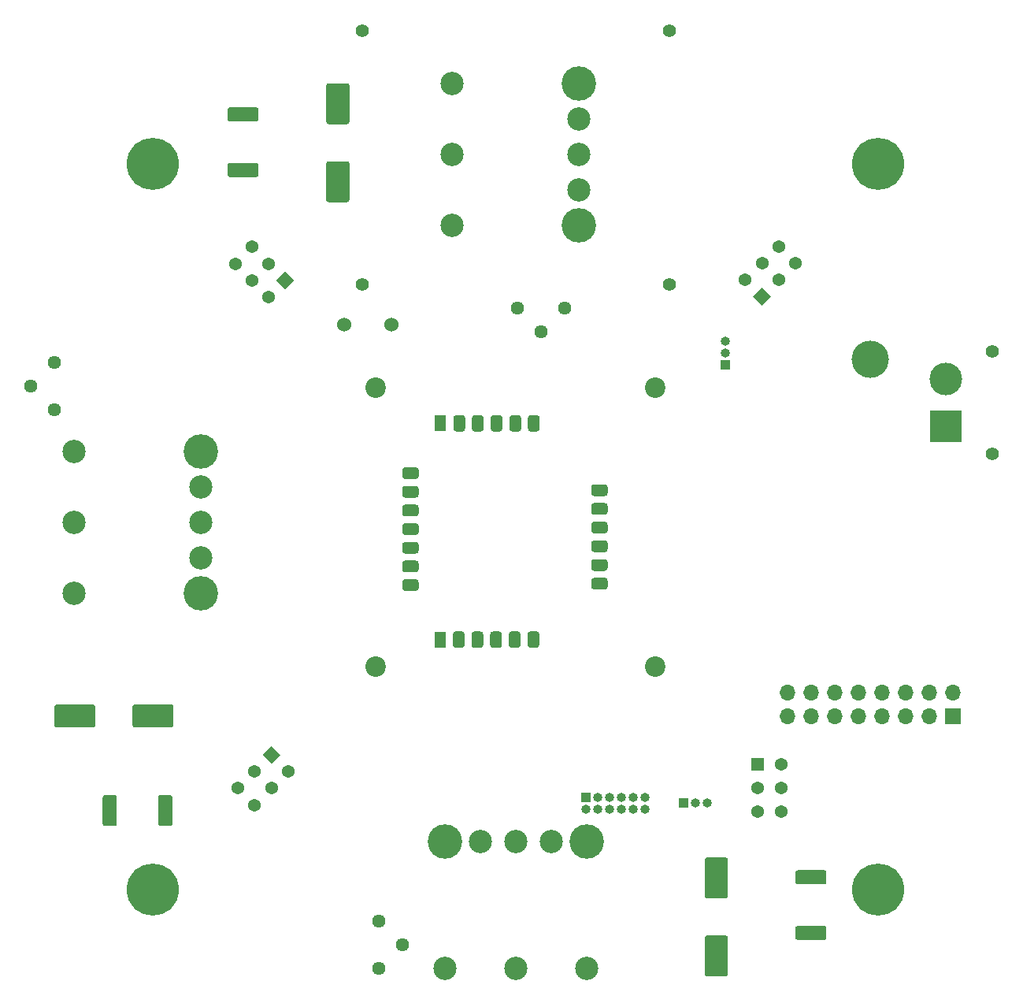
<source format=gbs>
%TF.GenerationSoftware,KiCad,Pcbnew,(5.1.12)-1*%
%TF.CreationDate,2021-12-15T00:56:12-05:00*%
%TF.ProjectId,P2_PowerSystem,50325f50-6f77-4657-9253-797374656d2e,rev?*%
%TF.SameCoordinates,Original*%
%TF.FileFunction,Soldermask,Bot*%
%TF.FilePolarity,Negative*%
%FSLAX46Y46*%
G04 Gerber Fmt 4.6, Leading zero omitted, Abs format (unit mm)*
G04 Created by KiCad (PCBNEW (5.1.12)-1) date 2021-12-15 00:56:12*
%MOMM*%
%LPD*%
G01*
G04 APERTURE LIST*
%ADD10O,1.000000X1.000000*%
%ADD11R,1.000000X1.000000*%
%ADD12R,1.700000X1.700000*%
%ADD13O,1.700000X1.700000*%
%ADD14C,4.000000*%
%ADD15C,3.500000*%
%ADD16R,3.500000X3.500000*%
%ADD17C,1.400000*%
%ADD18C,1.420000*%
%ADD19C,1.524000*%
%ADD20C,1.440000*%
%ADD21C,5.600000*%
%ADD22R,1.270000X1.778000*%
%ADD23C,2.200000*%
%ADD24C,0.100000*%
%ADD25C,1.370000*%
%ADD26R,1.370000X1.370000*%
%ADD27C,3.700000*%
%ADD28C,2.500000*%
G04 APERTURE END LIST*
D10*
%TO.C,JP1*%
X233680000Y-150368000D03*
X233680000Y-149098000D03*
X232410000Y-150368000D03*
X232410000Y-149098000D03*
X231140000Y-150368000D03*
X231140000Y-149098000D03*
X229870000Y-150368000D03*
X229870000Y-149098000D03*
X228600000Y-150368000D03*
X228600000Y-149098000D03*
X227330000Y-150368000D03*
D11*
X227330000Y-149098000D03*
%TD*%
D10*
%TO.C,JP14*%
X242316000Y-100076000D03*
X242316000Y-101346000D03*
D11*
X242316000Y-102616000D03*
%TD*%
D10*
%TO.C,JP7*%
X240411000Y-149694900D03*
X239141000Y-149694900D03*
D11*
X237871000Y-149694900D03*
%TD*%
D12*
%TO.C,RFD_900x1*%
X266780000Y-140394434D03*
D13*
X266780000Y-137854434D03*
X264240000Y-140394434D03*
X264240000Y-137854434D03*
X261700000Y-140394434D03*
X261700000Y-137854434D03*
X259160000Y-140394434D03*
X259160000Y-137854434D03*
X256620000Y-140394434D03*
X256620000Y-137854434D03*
X254080000Y-140394434D03*
X254080000Y-137854434D03*
X251540000Y-140394434D03*
X251540000Y-137854434D03*
X249000000Y-140394434D03*
X249000000Y-137854434D03*
D14*
X257890000Y-102024434D03*
%TD*%
D15*
%TO.C,J6*%
X266065000Y-104220000D03*
D16*
X266065000Y-109220000D03*
D17*
X271065000Y-101220000D03*
X271065000Y-112220000D03*
%TD*%
%TO.C,C24*%
G36*
G01*
X201682860Y-76795880D02*
X199682860Y-76795880D01*
G75*
G02*
X199432860Y-76545880I0J250000D01*
G01*
X199432860Y-72645880D01*
G75*
G02*
X199682860Y-72395880I250000J0D01*
G01*
X201682860Y-72395880D01*
G75*
G02*
X201932860Y-72645880I0J-250000D01*
G01*
X201932860Y-76545880D01*
G75*
G02*
X201682860Y-76795880I-250000J0D01*
G01*
G37*
G36*
G01*
X201682860Y-85195880D02*
X199682860Y-85195880D01*
G75*
G02*
X199432860Y-84945880I0J250000D01*
G01*
X199432860Y-81045880D01*
G75*
G02*
X199682860Y-80795880I250000J0D01*
G01*
X201682860Y-80795880D01*
G75*
G02*
X201932860Y-81045880I0J-250000D01*
G01*
X201932860Y-84945880D01*
G75*
G02*
X201682860Y-85195880I-250000J0D01*
G01*
G37*
%TD*%
%TO.C,C11*%
G36*
G01*
X178610001Y-141394434D02*
X178610001Y-139394434D01*
G75*
G02*
X178860001Y-139144434I250000J0D01*
G01*
X182759999Y-139144434D01*
G75*
G02*
X183009999Y-139394434I0J-250000D01*
G01*
X183009999Y-141394434D01*
G75*
G02*
X182759999Y-141644434I-250000J0D01*
G01*
X178860001Y-141644434D01*
G75*
G02*
X178610001Y-141394434I0J250000D01*
G01*
G37*
G36*
G01*
X170210000Y-141394434D02*
X170210000Y-139394434D01*
G75*
G02*
X170460000Y-139144434I250000J0D01*
G01*
X174360000Y-139144434D01*
G75*
G02*
X174610000Y-139394434I0J-250000D01*
G01*
X174610000Y-141394434D01*
G75*
G02*
X174360000Y-141644434I-250000J0D01*
G01*
X170460000Y-141644434D01*
G75*
G02*
X170210000Y-141394434I0J250000D01*
G01*
G37*
%TD*%
%TO.C,C7*%
G36*
G01*
X242380000Y-159984434D02*
X240380000Y-159984434D01*
G75*
G02*
X240130000Y-159734434I0J250000D01*
G01*
X240130000Y-155834434D01*
G75*
G02*
X240380000Y-155584434I250000J0D01*
G01*
X242380000Y-155584434D01*
G75*
G02*
X242630000Y-155834434I0J-250000D01*
G01*
X242630000Y-159734434D01*
G75*
G02*
X242380000Y-159984434I-250000J0D01*
G01*
G37*
G36*
G01*
X242380000Y-168384434D02*
X240380000Y-168384434D01*
G75*
G02*
X240130000Y-168134434I0J250000D01*
G01*
X240130000Y-164234434D01*
G75*
G02*
X240380000Y-163984434I250000J0D01*
G01*
X242380000Y-163984434D01*
G75*
G02*
X242630000Y-164234434I0J-250000D01*
G01*
X242630000Y-168134434D01*
G75*
G02*
X242380000Y-168384434I-250000J0D01*
G01*
G37*
%TD*%
D18*
%TO.C,J37*%
X236300000Y-94044434D03*
X236300000Y-66734434D03*
%TD*%
D19*
%TO.C,J5*%
X206455000Y-98357434D03*
X201375000Y-98357434D03*
%TD*%
D20*
%TO.C,RV3*%
X219964000Y-96520000D03*
X222504000Y-99060000D03*
X225044000Y-96520000D03*
%TD*%
D21*
%TO.C,H4*%
X258779000Y-159063434D03*
%TD*%
%TO.C,H3*%
X258779000Y-81085434D03*
%TD*%
%TO.C,H2*%
X180801000Y-159063434D03*
%TD*%
%TO.C,H1*%
X180801000Y-81085434D03*
%TD*%
%TO.C,U4*%
G36*
G01*
X209376000Y-113975334D02*
X209376000Y-114610334D01*
G75*
G02*
X209058500Y-114927834I-317500J0D01*
G01*
X207915500Y-114927834D01*
G75*
G02*
X207598000Y-114610334I0J317500D01*
G01*
X207598000Y-113975334D01*
G75*
G02*
X207915500Y-113657834I317500J0D01*
G01*
X209058500Y-113657834D01*
G75*
G02*
X209376000Y-113975334I0J-317500D01*
G01*
G37*
G36*
G01*
X209376000Y-115981934D02*
X209376000Y-116616934D01*
G75*
G02*
X209058500Y-116934434I-317500J0D01*
G01*
X207915500Y-116934434D01*
G75*
G02*
X207598000Y-116616934I0J317500D01*
G01*
X207598000Y-115981934D01*
G75*
G02*
X207915500Y-115664434I317500J0D01*
G01*
X209058500Y-115664434D01*
G75*
G02*
X209376000Y-115981934I0J-317500D01*
G01*
G37*
G36*
G01*
X209376000Y-117988534D02*
X209376000Y-118623534D01*
G75*
G02*
X209058500Y-118941034I-317500J0D01*
G01*
X207915500Y-118941034D01*
G75*
G02*
X207598000Y-118623534I0J317500D01*
G01*
X207598000Y-117988534D01*
G75*
G02*
X207915500Y-117671034I317500J0D01*
G01*
X209058500Y-117671034D01*
G75*
G02*
X209376000Y-117988534I0J-317500D01*
G01*
G37*
G36*
G01*
X209376000Y-119995134D02*
X209376000Y-120630134D01*
G75*
G02*
X209058500Y-120947634I-317500J0D01*
G01*
X207915500Y-120947634D01*
G75*
G02*
X207598000Y-120630134I0J317500D01*
G01*
X207598000Y-119995134D01*
G75*
G02*
X207915500Y-119677634I317500J0D01*
G01*
X209058500Y-119677634D01*
G75*
G02*
X209376000Y-119995134I0J-317500D01*
G01*
G37*
G36*
G01*
X209376000Y-122001734D02*
X209376000Y-122636734D01*
G75*
G02*
X209058500Y-122954234I-317500J0D01*
G01*
X207915500Y-122954234D01*
G75*
G02*
X207598000Y-122636734I0J317500D01*
G01*
X207598000Y-122001734D01*
G75*
G02*
X207915500Y-121684234I317500J0D01*
G01*
X209058500Y-121684234D01*
G75*
G02*
X209376000Y-122001734I0J-317500D01*
G01*
G37*
G36*
G01*
X209376000Y-124008334D02*
X209376000Y-124643334D01*
G75*
G02*
X209058500Y-124960834I-317500J0D01*
G01*
X207915500Y-124960834D01*
G75*
G02*
X207598000Y-124643334I0J317500D01*
G01*
X207598000Y-124008334D01*
G75*
G02*
X207915500Y-123690834I317500J0D01*
G01*
X209058500Y-123690834D01*
G75*
G02*
X209376000Y-124008334I0J-317500D01*
G01*
G37*
G36*
G01*
X222393500Y-108377734D02*
X222393500Y-109520734D01*
G75*
G02*
X222076000Y-109838234I-317500J0D01*
G01*
X221441000Y-109838234D01*
G75*
G02*
X221123500Y-109520734I0J317500D01*
G01*
X221123500Y-108377734D01*
G75*
G02*
X221441000Y-108060234I317500J0D01*
G01*
X222076000Y-108060234D01*
G75*
G02*
X222393500Y-108377734I0J-317500D01*
G01*
G37*
G36*
G01*
X216373700Y-108377734D02*
X216373700Y-109520734D01*
G75*
G02*
X216056200Y-109838234I-317500J0D01*
G01*
X215421200Y-109838234D01*
G75*
G02*
X215103700Y-109520734I0J317500D01*
G01*
X215103700Y-108377734D01*
G75*
G02*
X215421200Y-108060234I317500J0D01*
G01*
X216056200Y-108060234D01*
G75*
G02*
X216373700Y-108377734I0J-317500D01*
G01*
G37*
G36*
G01*
X214367100Y-108377734D02*
X214367100Y-109520734D01*
G75*
G02*
X214049600Y-109838234I-317500J0D01*
G01*
X213414600Y-109838234D01*
G75*
G02*
X213097100Y-109520734I0J317500D01*
G01*
X213097100Y-108377734D01*
G75*
G02*
X213414600Y-108060234I317500J0D01*
G01*
X214049600Y-108060234D01*
G75*
G02*
X214367100Y-108377734I0J-317500D01*
G01*
G37*
G36*
G01*
X220386900Y-108377734D02*
X220386900Y-109520734D01*
G75*
G02*
X220069400Y-109838234I-317500J0D01*
G01*
X219434400Y-109838234D01*
G75*
G02*
X219116900Y-109520734I0J317500D01*
G01*
X219116900Y-108377734D01*
G75*
G02*
X219434400Y-108060234I317500J0D01*
G01*
X220069400Y-108060234D01*
G75*
G02*
X220386900Y-108377734I0J-317500D01*
G01*
G37*
G36*
G01*
X218380300Y-108377734D02*
X218380300Y-109520734D01*
G75*
G02*
X218062800Y-109838234I-317500J0D01*
G01*
X217427800Y-109838234D01*
G75*
G02*
X217110300Y-109520734I0J317500D01*
G01*
X217110300Y-108377734D01*
G75*
G02*
X217427800Y-108060234I317500J0D01*
G01*
X218062800Y-108060234D01*
G75*
G02*
X218380300Y-108377734I0J-317500D01*
G01*
G37*
D22*
X211725500Y-108949234D03*
G36*
G01*
X222342700Y-131618734D02*
X222342700Y-132761734D01*
G75*
G02*
X222025200Y-133079234I-317500J0D01*
G01*
X221390200Y-133079234D01*
G75*
G02*
X221072700Y-132761734I0J317500D01*
G01*
X221072700Y-131618734D01*
G75*
G02*
X221390200Y-131301234I317500J0D01*
G01*
X222025200Y-131301234D01*
G75*
G02*
X222342700Y-131618734I0J-317500D01*
G01*
G37*
G36*
G01*
X216322900Y-131618734D02*
X216322900Y-132761734D01*
G75*
G02*
X216005400Y-133079234I-317500J0D01*
G01*
X215370400Y-133079234D01*
G75*
G02*
X215052900Y-132761734I0J317500D01*
G01*
X215052900Y-131618734D01*
G75*
G02*
X215370400Y-131301234I317500J0D01*
G01*
X216005400Y-131301234D01*
G75*
G02*
X216322900Y-131618734I0J-317500D01*
G01*
G37*
G36*
G01*
X214316300Y-131618734D02*
X214316300Y-132761734D01*
G75*
G02*
X213998800Y-133079234I-317500J0D01*
G01*
X213363800Y-133079234D01*
G75*
G02*
X213046300Y-132761734I0J317500D01*
G01*
X213046300Y-131618734D01*
G75*
G02*
X213363800Y-131301234I317500J0D01*
G01*
X213998800Y-131301234D01*
G75*
G02*
X214316300Y-131618734I0J-317500D01*
G01*
G37*
G36*
G01*
X220336100Y-131618734D02*
X220336100Y-132761734D01*
G75*
G02*
X220018600Y-133079234I-317500J0D01*
G01*
X219383600Y-133079234D01*
G75*
G02*
X219066100Y-132761734I0J317500D01*
G01*
X219066100Y-131618734D01*
G75*
G02*
X219383600Y-131301234I317500J0D01*
G01*
X220018600Y-131301234D01*
G75*
G02*
X220336100Y-131618734I0J-317500D01*
G01*
G37*
G36*
G01*
X218329500Y-131618734D02*
X218329500Y-132761734D01*
G75*
G02*
X218012000Y-133079234I-317500J0D01*
G01*
X217377000Y-133079234D01*
G75*
G02*
X217059500Y-132761734I0J317500D01*
G01*
X217059500Y-131618734D01*
G75*
G02*
X217377000Y-131301234I317500J0D01*
G01*
X218012000Y-131301234D01*
G75*
G02*
X218329500Y-131618734I0J-317500D01*
G01*
G37*
X211674700Y-132190234D03*
G36*
G01*
X229696000Y-115819934D02*
X229696000Y-116454934D01*
G75*
G02*
X229378500Y-116772434I-317500J0D01*
G01*
X228235500Y-116772434D01*
G75*
G02*
X227918000Y-116454934I0J317500D01*
G01*
X227918000Y-115819934D01*
G75*
G02*
X228235500Y-115502434I317500J0D01*
G01*
X229378500Y-115502434D01*
G75*
G02*
X229696000Y-115819934I0J-317500D01*
G01*
G37*
G36*
G01*
X229696000Y-117826534D02*
X229696000Y-118461534D01*
G75*
G02*
X229378500Y-118779034I-317500J0D01*
G01*
X228235500Y-118779034D01*
G75*
G02*
X227918000Y-118461534I0J317500D01*
G01*
X227918000Y-117826534D01*
G75*
G02*
X228235500Y-117509034I317500J0D01*
G01*
X229378500Y-117509034D01*
G75*
G02*
X229696000Y-117826534I0J-317500D01*
G01*
G37*
G36*
G01*
X229696000Y-119833134D02*
X229696000Y-120468134D01*
G75*
G02*
X229378500Y-120785634I-317500J0D01*
G01*
X228235500Y-120785634D01*
G75*
G02*
X227918000Y-120468134I0J317500D01*
G01*
X227918000Y-119833134D01*
G75*
G02*
X228235500Y-119515634I317500J0D01*
G01*
X229378500Y-119515634D01*
G75*
G02*
X229696000Y-119833134I0J-317500D01*
G01*
G37*
G36*
G01*
X229696000Y-121839734D02*
X229696000Y-122474734D01*
G75*
G02*
X229378500Y-122792234I-317500J0D01*
G01*
X228235500Y-122792234D01*
G75*
G02*
X227918000Y-122474734I0J317500D01*
G01*
X227918000Y-121839734D01*
G75*
G02*
X228235500Y-121522234I317500J0D01*
G01*
X229378500Y-121522234D01*
G75*
G02*
X229696000Y-121839734I0J-317500D01*
G01*
G37*
G36*
G01*
X229696000Y-123846334D02*
X229696000Y-124481334D01*
G75*
G02*
X229378500Y-124798834I-317500J0D01*
G01*
X228235500Y-124798834D01*
G75*
G02*
X227918000Y-124481334I0J317500D01*
G01*
X227918000Y-123846334D01*
G75*
G02*
X228235500Y-123528834I317500J0D01*
G01*
X229378500Y-123528834D01*
G75*
G02*
X229696000Y-123846334I0J-317500D01*
G01*
G37*
G36*
G01*
X229696000Y-125852934D02*
X229696000Y-126487934D01*
G75*
G02*
X229378500Y-126805434I-317500J0D01*
G01*
X228235500Y-126805434D01*
G75*
G02*
X227918000Y-126487934I0J317500D01*
G01*
X227918000Y-125852934D01*
G75*
G02*
X228235500Y-125535434I317500J0D01*
G01*
X229378500Y-125535434D01*
G75*
G02*
X229696000Y-125852934I0J-317500D01*
G01*
G37*
G36*
G01*
X209376000Y-126014934D02*
X209376000Y-126649934D01*
G75*
G02*
X209058500Y-126967434I-317500J0D01*
G01*
X207915500Y-126967434D01*
G75*
G02*
X207598000Y-126649934I0J317500D01*
G01*
X207598000Y-126014934D01*
G75*
G02*
X207915500Y-125697434I317500J0D01*
G01*
X209058500Y-125697434D01*
G75*
G02*
X209376000Y-126014934I0J-317500D01*
G01*
G37*
%TD*%
D18*
%TO.C,J38*%
X203280000Y-94044434D03*
X203280000Y-66734434D03*
%TD*%
D23*
%TO.C,Pix1*%
X234790000Y-135074434D03*
X234790000Y-105074434D03*
X204790000Y-105074434D03*
X204790000Y-135074434D03*
%TD*%
D24*
%TO.C,J4*%
G36*
X194071504Y-93582234D02*
G01*
X195040240Y-92613498D01*
X196008976Y-93582234D01*
X195040240Y-94550970D01*
X194071504Y-93582234D01*
G37*
D25*
X193244189Y-95378285D03*
X193244189Y-91786183D03*
X191448138Y-93582234D03*
X191448138Y-89990132D03*
X189652086Y-91786183D03*
%TD*%
D24*
%TO.C,J3*%
G36*
X193531480Y-145536390D02*
G01*
X192562744Y-144567654D01*
X193531480Y-143598918D01*
X194500216Y-144567654D01*
X193531480Y-145536390D01*
G37*
D25*
X195327531Y-146363705D03*
X191735429Y-146363705D03*
X193531480Y-148159756D03*
X189939378Y-148159756D03*
X191735429Y-149955808D03*
%TD*%
D26*
%TO.C,J2*%
X245789440Y-145573494D03*
D25*
X248329440Y-145573494D03*
X245789440Y-148113494D03*
X248329440Y-148113494D03*
X245789440Y-150653494D03*
X248329440Y-150653494D03*
%TD*%
D24*
%TO.C,J1*%
G36*
X246282200Y-94355938D02*
G01*
X247250936Y-95324674D01*
X246282200Y-96293410D01*
X245313464Y-95324674D01*
X246282200Y-94355938D01*
G37*
D25*
X244486149Y-93528623D03*
X248078251Y-93528623D03*
X246282200Y-91732572D03*
X249874302Y-91732572D03*
X248078251Y-89936520D03*
%TD*%
D27*
%TO.C,U6*%
X226590000Y-87689434D03*
D28*
X226590000Y-83879434D03*
X226590000Y-80069434D03*
X226590000Y-76259434D03*
D27*
X226590000Y-72449434D03*
D28*
X212990000Y-72449434D03*
X212990000Y-80069434D03*
X212990000Y-87689434D03*
%TD*%
D27*
%TO.C,U5*%
X185950000Y-127186434D03*
D28*
X185950000Y-123376434D03*
X185950000Y-119566434D03*
X185950000Y-115756434D03*
D27*
X185950000Y-111946434D03*
D28*
X172350000Y-111946434D03*
X172350000Y-119566434D03*
X172350000Y-127186434D03*
%TD*%
D27*
%TO.C,U3*%
X227410000Y-153914434D03*
D28*
X223600000Y-153914434D03*
X219790000Y-153914434D03*
X215980000Y-153914434D03*
D27*
X212170000Y-153914434D03*
D28*
X212170000Y-167514434D03*
X219790000Y-167514434D03*
X227410000Y-167514434D03*
%TD*%
D20*
%TO.C,RV2*%
X170243500Y-102425500D03*
X167703500Y-104965500D03*
X170243500Y-107505500D03*
%TD*%
%TO.C,RV1*%
X205105000Y-167513000D03*
X207645000Y-164973000D03*
X205105000Y-162433000D03*
%TD*%
%TO.C,F5*%
G36*
G01*
X191925001Y-76515000D02*
X189074999Y-76515000D01*
G75*
G02*
X188825000Y-76265001I0J249999D01*
G01*
X188825000Y-75239999D01*
G75*
G02*
X189074999Y-74990000I249999J0D01*
G01*
X191925001Y-74990000D01*
G75*
G02*
X192175000Y-75239999I0J-249999D01*
G01*
X192175000Y-76265001D01*
G75*
G02*
X191925001Y-76515000I-249999J0D01*
G01*
G37*
G36*
G01*
X191925001Y-82490000D02*
X189074999Y-82490000D01*
G75*
G02*
X188825000Y-82240001I0J249999D01*
G01*
X188825000Y-81214999D01*
G75*
G02*
X189074999Y-80965000I249999J0D01*
G01*
X191925001Y-80965000D01*
G75*
G02*
X192175000Y-81214999I0J-249999D01*
G01*
X192175000Y-82240001D01*
G75*
G02*
X191925001Y-82490000I-249999J0D01*
G01*
G37*
%TD*%
%TO.C,F4*%
G36*
G01*
X176925000Y-149129433D02*
X176925000Y-151979435D01*
G75*
G02*
X176675001Y-152229434I-249999J0D01*
G01*
X175649999Y-152229434D01*
G75*
G02*
X175400000Y-151979435I0J249999D01*
G01*
X175400000Y-149129433D01*
G75*
G02*
X175649999Y-148879434I249999J0D01*
G01*
X176675001Y-148879434D01*
G75*
G02*
X176925000Y-149129433I0J-249999D01*
G01*
G37*
G36*
G01*
X182900000Y-149129433D02*
X182900000Y-151979435D01*
G75*
G02*
X182650001Y-152229434I-249999J0D01*
G01*
X181624999Y-152229434D01*
G75*
G02*
X181375000Y-151979435I0J249999D01*
G01*
X181375000Y-149129433D01*
G75*
G02*
X181624999Y-148879434I249999J0D01*
G01*
X182650001Y-148879434D01*
G75*
G02*
X182900000Y-149129433I0J-249999D01*
G01*
G37*
%TD*%
%TO.C,F3*%
G36*
G01*
X250114999Y-162939434D02*
X252965001Y-162939434D01*
G75*
G02*
X253215000Y-163189433I0J-249999D01*
G01*
X253215000Y-164214435D01*
G75*
G02*
X252965001Y-164464434I-249999J0D01*
G01*
X250114999Y-164464434D01*
G75*
G02*
X249865000Y-164214435I0J249999D01*
G01*
X249865000Y-163189433D01*
G75*
G02*
X250114999Y-162939434I249999J0D01*
G01*
G37*
G36*
G01*
X250114999Y-156964434D02*
X252965001Y-156964434D01*
G75*
G02*
X253215000Y-157214433I0J-249999D01*
G01*
X253215000Y-158239435D01*
G75*
G02*
X252965001Y-158489434I-249999J0D01*
G01*
X250114999Y-158489434D01*
G75*
G02*
X249865000Y-158239435I0J249999D01*
G01*
X249865000Y-157214433D01*
G75*
G02*
X250114999Y-156964434I249999J0D01*
G01*
G37*
%TD*%
M02*

</source>
